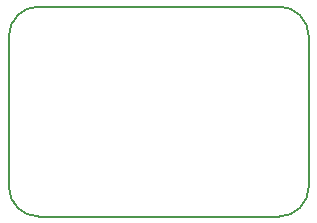
<source format=gbr>
%TF.GenerationSoftware,KiCad,Pcbnew,7.0.8-7.0.8~ubuntu22.04.1*%
%TF.CreationDate,2023-11-20T16:19:22-08:00*%
%TF.ProjectId,uv_abc_sensor,75765f61-6263-45f7-9365-6e736f722e6b,rev?*%
%TF.SameCoordinates,Original*%
%TF.FileFunction,Profile,NP*%
%FSLAX46Y46*%
G04 Gerber Fmt 4.6, Leading zero omitted, Abs format (unit mm)*
G04 Created by KiCad (PCBNEW 7.0.8-7.0.8~ubuntu22.04.1) date 2023-11-20 16:19:22*
%MOMM*%
%LPD*%
G01*
G04 APERTURE LIST*
%TA.AperFunction,Profile*%
%ADD10C,0.200000*%
%TD*%
G04 APERTURE END LIST*
D10*
X53340000Y-50800000D02*
G75*
G03*
X50800000Y-53340000I0J-2540000D01*
G01*
X76200000Y-53340000D02*
G75*
G03*
X73660000Y-50800000I-2540000J0D01*
G01*
X50800000Y-66040000D02*
G75*
G03*
X53340000Y-68580000I2540000J0D01*
G01*
X50800000Y-66040000D02*
X50800000Y-53340000D01*
X73660000Y-68580000D02*
G75*
G03*
X76200000Y-66040000I0J2540000D01*
G01*
X76200000Y-53340000D02*
X76200000Y-66040000D01*
X73660000Y-68580000D02*
X53340000Y-68580000D01*
X53340000Y-50800000D02*
X73660000Y-50800000D01*
M02*

</source>
